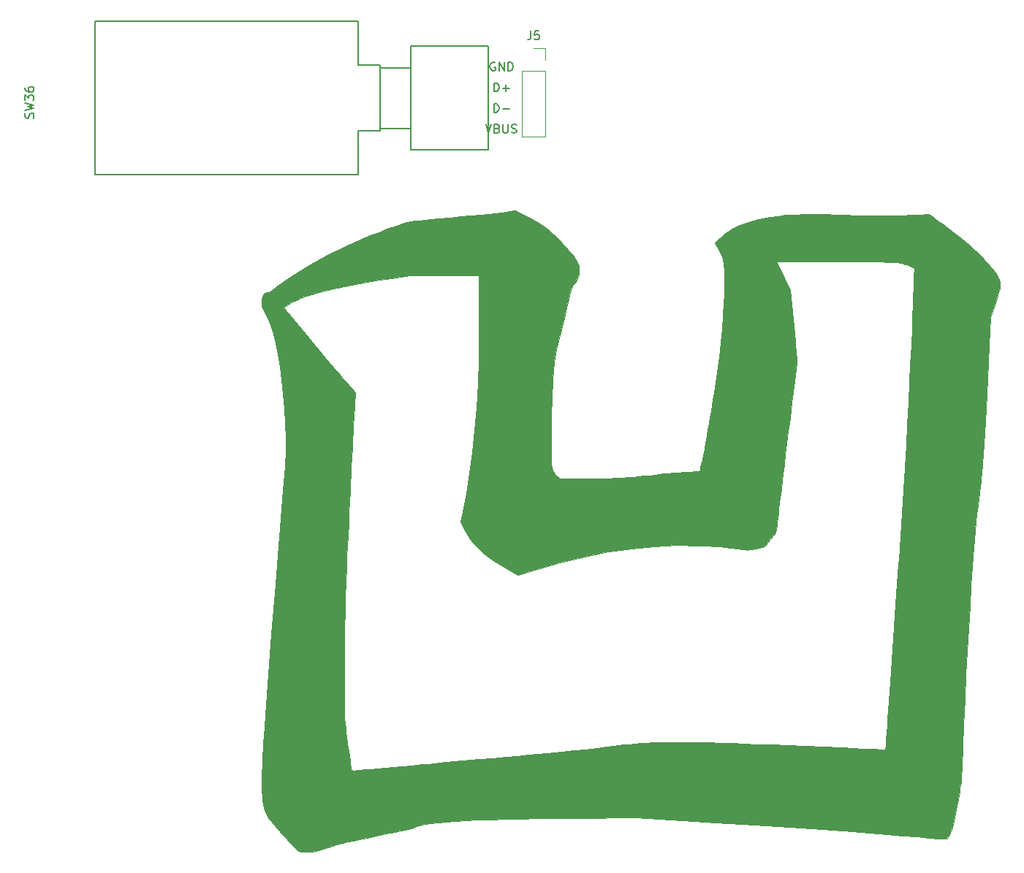
<source format=gbr>
G04 #@! TF.GenerationSoftware,KiCad,Pcbnew,(5.0.0)*
G04 #@! TF.CreationDate,2018-12-18T10:24:29+09:00*
G04 #@! TF.ProjectId,hecomi,6865636F6D692E6B696361645F706362,rev?*
G04 #@! TF.SameCoordinates,Original*
G04 #@! TF.FileFunction,Legend,Top*
G04 #@! TF.FilePolarity,Positive*
%FSLAX46Y46*%
G04 Gerber Fmt 4.6, Leading zero omitted, Abs format (unit mm)*
G04 Created by KiCad (PCBNEW (5.0.0)) date 12/18/18 10:24:29*
%MOMM*%
%LPD*%
G01*
G04 APERTURE LIST*
%ADD10C,0.150000*%
%ADD11C,0.120000*%
%ADD12C,0.010000*%
G04 APERTURE END LIST*
D10*
G04 #@! TO.C,U1*
X68975000Y6000000D02*
X68975000Y0D01*
X77975000Y6000000D02*
X68975000Y6000000D01*
X77975000Y-6000000D02*
X77975000Y6000000D01*
X68975000Y-6000000D02*
X77975000Y-6000000D01*
X68975000Y0D02*
X68975000Y-6000000D01*
X68975000Y3500000D02*
X65475000Y3500000D01*
X68975000Y-3500000D02*
X68975000Y3500000D01*
X65475000Y-3500000D02*
X68975000Y-3500000D01*
X62865000Y8890000D02*
X32385000Y8890000D01*
X62865000Y8890000D02*
X62865000Y3810000D01*
X62865000Y3810000D02*
X65405000Y3810000D01*
X65405000Y3810000D02*
X65405000Y-3810000D01*
X65405000Y-3810000D02*
X62865000Y-3810000D01*
X62865000Y-3810000D02*
X62865000Y-8890000D01*
X62865000Y-8890000D02*
X32385000Y-8890000D01*
X32385000Y-8890000D02*
X32385000Y8890000D01*
D11*
G04 #@! TO.C,J5*
X83185000Y5775000D02*
X84515000Y5775000D01*
X84515000Y5775000D02*
X84515000Y4445000D01*
X84515000Y3175000D02*
X84515000Y-4505000D01*
X81855000Y-4505000D02*
X84515000Y-4505000D01*
X81855000Y3175000D02*
X81855000Y-4505000D01*
X81855000Y3175000D02*
X84515000Y3175000D01*
D12*
G04 #@! TO.C,G\002A\002A\002A*
G36*
X82171659Y-13581489D02*
X83019674Y-14030767D01*
X83788598Y-14499264D01*
X84510382Y-15011696D01*
X85216976Y-15592780D01*
X85940332Y-16267234D01*
X86712398Y-17059773D01*
X86828326Y-17183851D01*
X87327651Y-17731150D01*
X87716087Y-18185983D01*
X88006739Y-18571210D01*
X88212709Y-18909692D01*
X88347099Y-19224290D01*
X88423012Y-19537864D01*
X88453552Y-19873274D01*
X88456000Y-20023667D01*
X88420843Y-20512337D01*
X88299163Y-20915907D01*
X88066652Y-21295279D01*
X87842940Y-21559521D01*
X87794931Y-21614448D01*
X87750125Y-21677020D01*
X87705007Y-21759942D01*
X87656064Y-21875918D01*
X87599785Y-22037651D01*
X87532655Y-22257845D01*
X87451161Y-22549205D01*
X87351790Y-22924433D01*
X87231029Y-23396235D01*
X87085366Y-23977313D01*
X86911286Y-24680373D01*
X86705277Y-25518117D01*
X86463826Y-26503250D01*
X86371164Y-26881667D01*
X86156802Y-27764961D01*
X85981342Y-28507553D01*
X85840122Y-29132372D01*
X85728479Y-29662349D01*
X85641752Y-30120415D01*
X85575280Y-30529501D01*
X85524402Y-30912537D01*
X85493360Y-31199667D01*
X85445785Y-31769631D01*
X85400265Y-32482171D01*
X85357613Y-33310531D01*
X85318638Y-34227958D01*
X85284154Y-35207697D01*
X85254969Y-36222996D01*
X85231897Y-37247099D01*
X85215748Y-38253253D01*
X85207333Y-39214704D01*
X85207464Y-40104697D01*
X85210969Y-40513000D01*
X85219723Y-41204090D01*
X85228837Y-41747911D01*
X85240145Y-42166523D01*
X85255481Y-42481985D01*
X85276679Y-42716354D01*
X85305572Y-42891691D01*
X85343995Y-43030053D01*
X85393781Y-43153499D01*
X85438220Y-43246600D01*
X85631519Y-43549318D01*
X85870261Y-43803415D01*
X85944707Y-43860433D01*
X86251642Y-44069000D01*
X89666165Y-44069000D01*
X90580489Y-44067867D01*
X91354414Y-44063743D01*
X92016861Y-44055538D01*
X92596753Y-44042164D01*
X93123014Y-44022533D01*
X93624566Y-43995555D01*
X94130332Y-43960141D01*
X94669234Y-43915203D01*
X95270195Y-43859653D01*
X95298011Y-43856996D01*
X95955234Y-43792544D01*
X96613038Y-43725119D01*
X97235218Y-43658646D01*
X97785563Y-43597051D01*
X98227865Y-43544260D01*
X98446667Y-43515639D01*
X98859926Y-43467873D01*
X99388198Y-43421068D01*
X99977188Y-43379273D01*
X100572605Y-43346540D01*
X100883746Y-43333846D01*
X101371393Y-43313018D01*
X101798342Y-43287477D01*
X102136636Y-43259489D01*
X102358320Y-43231322D01*
X102434807Y-43208083D01*
X102469804Y-43093718D01*
X102530227Y-42831606D01*
X102612503Y-42440831D01*
X102713061Y-41940478D01*
X102828329Y-41349632D01*
X102954734Y-40687377D01*
X103088704Y-39972799D01*
X103226668Y-39224981D01*
X103365053Y-38463009D01*
X103500287Y-37705968D01*
X103628799Y-36972941D01*
X103747016Y-36283014D01*
X103851366Y-35655272D01*
X103870334Y-35538390D01*
X104178749Y-33567380D01*
X104444236Y-31733279D01*
X104669682Y-30009981D01*
X104857975Y-28371378D01*
X105012001Y-26791362D01*
X105134649Y-25243827D01*
X105228807Y-23702664D01*
X105266647Y-22913927D01*
X105302308Y-21812167D01*
X105304161Y-20858788D01*
X105269617Y-20035738D01*
X105196090Y-19324966D01*
X105080992Y-18708423D01*
X104921734Y-18168057D01*
X104715729Y-17685819D01*
X104460390Y-17243658D01*
X104451910Y-17230777D01*
X104144983Y-16766220D01*
X104734065Y-16204477D01*
X105417780Y-15634716D01*
X106201844Y-15137912D01*
X107097181Y-14709945D01*
X108114715Y-14346694D01*
X109265371Y-14044041D01*
X110560074Y-13797864D01*
X111455026Y-13669864D01*
X112430959Y-13568993D01*
X113527957Y-13496238D01*
X114699919Y-13452718D01*
X115900741Y-13439551D01*
X117084321Y-13457857D01*
X118174000Y-13506846D01*
X118753698Y-13535288D01*
X119473966Y-13558710D01*
X120306110Y-13577057D01*
X121221441Y-13590272D01*
X122191266Y-13598301D01*
X123186894Y-13601086D01*
X124179633Y-13598573D01*
X125140792Y-13590706D01*
X126041679Y-13577429D01*
X126853603Y-13558685D01*
X127547872Y-13534421D01*
X127741334Y-13525439D01*
X129011334Y-13462000D01*
X129307667Y-13682732D01*
X129469241Y-13803060D01*
X129739252Y-14004115D01*
X130090308Y-14265503D01*
X130495022Y-14566831D01*
X130916334Y-14880506D01*
X132066110Y-15760217D01*
X133118954Y-16613988D01*
X134066977Y-17434210D01*
X134902289Y-18213274D01*
X135617002Y-18943568D01*
X136203227Y-19617485D01*
X136653075Y-20227413D01*
X136906910Y-20659143D01*
X137088755Y-21051607D01*
X137189051Y-21384268D01*
X137212028Y-21711995D01*
X137161915Y-22089659D01*
X137051877Y-22539483D01*
X136931217Y-22955297D01*
X136773171Y-23461937D01*
X136599405Y-23991525D01*
X136451465Y-24420468D01*
X136073570Y-25484667D01*
X135952060Y-28575000D01*
X135867941Y-30649550D01*
X135784800Y-32565159D01*
X135701969Y-34332210D01*
X135618779Y-35961087D01*
X135534559Y-37462174D01*
X135448642Y-38845855D01*
X135360357Y-40122514D01*
X135269037Y-41302535D01*
X135174011Y-42396300D01*
X135074610Y-43414195D01*
X134970167Y-44366603D01*
X134893640Y-45000334D01*
X134711964Y-46540900D01*
X134533077Y-48243564D01*
X134357456Y-50101109D01*
X134185577Y-52106313D01*
X134017917Y-54251959D01*
X133854953Y-56530828D01*
X133697161Y-58935699D01*
X133545020Y-61459355D01*
X133399004Y-64094576D01*
X133259591Y-66834144D01*
X133127258Y-69670838D01*
X133002481Y-72597441D01*
X132903044Y-75141667D01*
X132868928Y-76040106D01*
X132838702Y-76793117D01*
X132810413Y-77424504D01*
X132782105Y-77958072D01*
X132751825Y-78417623D01*
X132717617Y-78826964D01*
X132677528Y-79209897D01*
X132629603Y-79590227D01*
X132571888Y-79991758D01*
X132502428Y-80438295D01*
X132432597Y-80871605D01*
X132239417Y-81995582D01*
X132046574Y-82988569D01*
X131855659Y-83844869D01*
X131668266Y-84558780D01*
X131485986Y-85124604D01*
X131310413Y-85536641D01*
X131143137Y-85789191D01*
X131037217Y-85866063D01*
X130914846Y-85873940D01*
X130650063Y-85866042D01*
X130268892Y-85843992D01*
X129797358Y-85809412D01*
X129261486Y-85763924D01*
X128979844Y-85737815D01*
X127523818Y-85603865D01*
X125901486Y-85463607D01*
X124115751Y-85317247D01*
X122169514Y-85164992D01*
X120065678Y-85007051D01*
X117807144Y-84843629D01*
X115396816Y-84674934D01*
X112837595Y-84501173D01*
X110132383Y-84322552D01*
X107284082Y-84139280D01*
X104295595Y-83951563D01*
X101748667Y-83794842D01*
X95060000Y-83386914D01*
X88075000Y-83445933D01*
X85778174Y-83468964D01*
X83646656Y-83497986D01*
X81676519Y-83533241D01*
X79863834Y-83574973D01*
X78204674Y-83623425D01*
X76695110Y-83678838D01*
X75331217Y-83741457D01*
X74109064Y-83811524D01*
X73024726Y-83889282D01*
X72074274Y-83974974D01*
X71253780Y-84068843D01*
X70559317Y-84171131D01*
X69986957Y-84282082D01*
X69532772Y-84401938D01*
X69192834Y-84530943D01*
X69025000Y-84623969D01*
X68918715Y-84657169D01*
X68662981Y-84719679D01*
X68274460Y-84807908D01*
X67769807Y-84918263D01*
X67165684Y-85047152D01*
X66478747Y-85190983D01*
X65725656Y-85346165D01*
X64923069Y-85509105D01*
X64876334Y-85518520D01*
X63851713Y-85726408D01*
X62978149Y-85907313D01*
X62240146Y-86064832D01*
X61622212Y-86202561D01*
X61108851Y-86324094D01*
X60684570Y-86433029D01*
X60333876Y-86532960D01*
X60041274Y-86627484D01*
X59935315Y-86665213D01*
X59062519Y-86959965D01*
X58253916Y-87183322D01*
X57527670Y-87331924D01*
X56901941Y-87402417D01*
X56394891Y-87391442D01*
X56198000Y-87356001D01*
X56084342Y-87319207D01*
X55966660Y-87257331D01*
X55827080Y-87154188D01*
X55647726Y-86993592D01*
X55410725Y-86759356D01*
X55098202Y-86435294D01*
X54692282Y-86005221D01*
X54612999Y-85920719D01*
X54094392Y-85353347D01*
X53595672Y-84780807D01*
X53135257Y-84226142D01*
X52731564Y-83712392D01*
X52403012Y-83262602D01*
X52168019Y-82899813D01*
X52101525Y-82778679D01*
X51992009Y-82525103D01*
X51903717Y-82228634D01*
X51834797Y-81870341D01*
X51783400Y-81431292D01*
X51747674Y-80892557D01*
X51725769Y-80235204D01*
X51715833Y-79440302D01*
X51714945Y-78824667D01*
X51751203Y-76783000D01*
X51854947Y-74710409D01*
X51908215Y-73956334D01*
X52366114Y-67945264D01*
X52817978Y-62094926D01*
X53264474Y-56396854D01*
X53706266Y-50842578D01*
X54144020Y-45423630D01*
X54289177Y-43645667D01*
X54357694Y-42784607D01*
X54411643Y-42033709D01*
X54451037Y-41363254D01*
X54475890Y-40743521D01*
X54486216Y-40144788D01*
X54482029Y-39537335D01*
X54463345Y-38891441D01*
X54430176Y-38177384D01*
X54382537Y-37365446D01*
X54320442Y-36425904D01*
X54292810Y-36025667D01*
X54151131Y-34273592D01*
X53978215Y-32631187D01*
X53775532Y-31105359D01*
X53544556Y-29703018D01*
X53286758Y-28431072D01*
X53003611Y-27296429D01*
X52696587Y-26305999D01*
X52367159Y-25466691D01*
X52016798Y-24785411D01*
X51839591Y-24513702D01*
X51750069Y-24299334D01*
X54215248Y-24299334D01*
X57268189Y-27940000D01*
X57876424Y-28665149D01*
X58485422Y-29390874D01*
X59080292Y-30099451D01*
X59646144Y-30773157D01*
X60168086Y-31394270D01*
X60631227Y-31945065D01*
X61020677Y-32407820D01*
X61321544Y-32764811D01*
X61404309Y-32862845D01*
X62487488Y-34145023D01*
X62330119Y-37096178D01*
X62293441Y-37794611D01*
X62250522Y-38629886D01*
X62202967Y-39569694D01*
X62152384Y-40581728D01*
X62100381Y-41633678D01*
X62048563Y-42693234D01*
X61998539Y-43728090D01*
X61958020Y-44577000D01*
X61907872Y-45633461D01*
X61851639Y-46815686D01*
X61791392Y-48080301D01*
X61729199Y-49383934D01*
X61667132Y-50683212D01*
X61607260Y-51934760D01*
X61551654Y-53095207D01*
X61519583Y-53763334D01*
X61473584Y-54745152D01*
X61433708Y-55656142D01*
X61399418Y-56519445D01*
X61370179Y-57358198D01*
X61345454Y-58195540D01*
X61324708Y-59054611D01*
X61307404Y-59958549D01*
X61293008Y-60930493D01*
X61280982Y-61993582D01*
X61270792Y-63170954D01*
X61261901Y-64485749D01*
X61258759Y-65024843D01*
X61252130Y-66281397D01*
X61247395Y-67381106D01*
X61244707Y-68336450D01*
X61244215Y-69159909D01*
X61246072Y-69863961D01*
X61250430Y-70461086D01*
X61257439Y-70963765D01*
X61267252Y-71384476D01*
X61280020Y-71735698D01*
X61295894Y-72029913D01*
X61315026Y-72279598D01*
X61337568Y-72497234D01*
X61350771Y-72602510D01*
X61399682Y-72973648D01*
X61465051Y-73473546D01*
X61541779Y-74063009D01*
X61624769Y-74702839D01*
X61708924Y-75353843D01*
X61747061Y-75649667D01*
X61822143Y-76227239D01*
X61891621Y-76751529D01*
X61952182Y-77198344D01*
X62000513Y-77543491D01*
X62033301Y-77762778D01*
X62045620Y-77829834D01*
X62143998Y-77910056D01*
X62290372Y-77935667D01*
X62403107Y-77928192D01*
X62672820Y-77906450D01*
X63087851Y-77871468D01*
X63636536Y-77824271D01*
X64307214Y-77765884D01*
X65088222Y-77697333D01*
X65967897Y-77619645D01*
X66934578Y-77533844D01*
X67976602Y-77440956D01*
X69082308Y-77342007D01*
X70240031Y-77238023D01*
X70950196Y-77174056D01*
X73060443Y-76983710D01*
X75009130Y-76807778D01*
X76803357Y-76645589D01*
X78450225Y-76496472D01*
X79956834Y-76359756D01*
X81330283Y-76234771D01*
X82577675Y-76120846D01*
X83706108Y-76017308D01*
X84722683Y-75923489D01*
X85634500Y-75838717D01*
X86448659Y-75762321D01*
X87172261Y-75693630D01*
X87812406Y-75631973D01*
X88376194Y-75576680D01*
X88870725Y-75527079D01*
X89303100Y-75482501D01*
X89680419Y-75442273D01*
X90009782Y-75405725D01*
X90298290Y-75372186D01*
X90553042Y-75340986D01*
X90781138Y-75311453D01*
X90989680Y-75282917D01*
X91038334Y-75276039D01*
X91718635Y-75181197D01*
X92376916Y-75094043D01*
X93020785Y-75014612D01*
X93657847Y-74942934D01*
X94295710Y-74879045D01*
X94941980Y-74822976D01*
X95604265Y-74774760D01*
X96290171Y-74734432D01*
X97007304Y-74702023D01*
X97763273Y-74677568D01*
X98565682Y-74661098D01*
X99422140Y-74652647D01*
X100340253Y-74652248D01*
X101327628Y-74659935D01*
X102391871Y-74675739D01*
X103540590Y-74699695D01*
X104781390Y-74731835D01*
X106121880Y-74772192D01*
X107569666Y-74820800D01*
X109132354Y-74877690D01*
X110817552Y-74942898D01*
X112632866Y-75016455D01*
X114585903Y-75098394D01*
X116684270Y-75188749D01*
X118935573Y-75287553D01*
X121347420Y-75394838D01*
X121666483Y-75409111D01*
X122262084Y-75434348D01*
X122800225Y-75454426D01*
X123258324Y-75468725D01*
X123613801Y-75476624D01*
X123844073Y-75477500D01*
X123926246Y-75471310D01*
X123936220Y-75384428D01*
X123957105Y-75139644D01*
X123988116Y-74747985D01*
X124028467Y-74220478D01*
X124077370Y-73568148D01*
X124134039Y-72802024D01*
X124197689Y-71933130D01*
X124267531Y-70972496D01*
X124342781Y-69931146D01*
X124422651Y-68820107D01*
X124506355Y-67650407D01*
X124593107Y-66433073D01*
X124682119Y-65179130D01*
X124772606Y-63899605D01*
X124863782Y-62605526D01*
X124954858Y-61307919D01*
X125045051Y-60017810D01*
X125133571Y-58746227D01*
X125219634Y-57504196D01*
X125302453Y-56302743D01*
X125381241Y-55152896D01*
X125455212Y-54065682D01*
X125495675Y-53467000D01*
X125674629Y-50772220D01*
X125847540Y-48089268D01*
X126013652Y-45431903D01*
X126172208Y-42813884D01*
X126322451Y-40248970D01*
X126463624Y-37750920D01*
X126594972Y-35333492D01*
X126715736Y-33010447D01*
X126825161Y-30795542D01*
X126922489Y-28702537D01*
X127006964Y-26745190D01*
X127077829Y-24937261D01*
X127102265Y-24257000D01*
X127126858Y-23560294D01*
X127152014Y-22862475D01*
X127176471Y-22197493D01*
X127198967Y-21599297D01*
X127218239Y-21101836D01*
X127233025Y-20739058D01*
X127233239Y-20734046D01*
X127277079Y-19708759D01*
X126769733Y-19481075D01*
X126576825Y-19394880D01*
X126398862Y-19319216D01*
X126223917Y-19253340D01*
X126040063Y-19196506D01*
X125835373Y-19147970D01*
X125597920Y-19106987D01*
X125315779Y-19072814D01*
X124977022Y-19044705D01*
X124569723Y-19021915D01*
X124081954Y-19003701D01*
X123501790Y-18989318D01*
X122817304Y-18978022D01*
X122016568Y-18969067D01*
X121087657Y-18961709D01*
X120018643Y-18955204D01*
X118797600Y-18948808D01*
X118194461Y-18945761D01*
X111272256Y-18910786D01*
X111724258Y-19827060D01*
X111948100Y-20285791D01*
X112187858Y-20785210D01*
X112408900Y-21252829D01*
X112526108Y-21505334D01*
X112875956Y-22267334D01*
X113293065Y-26373667D01*
X113388217Y-27311994D01*
X113467191Y-28099002D01*
X113530998Y-28751827D01*
X113580650Y-29287610D01*
X113617159Y-29723487D01*
X113641535Y-30076598D01*
X113654790Y-30364081D01*
X113657936Y-30603075D01*
X113651984Y-30810717D01*
X113637945Y-31004147D01*
X113616832Y-31200503D01*
X113590374Y-31411334D01*
X113328650Y-33448794D01*
X113088509Y-35324189D01*
X112869226Y-37043309D01*
X112670078Y-38611947D01*
X112490339Y-40035894D01*
X112329285Y-41320941D01*
X112186193Y-42472881D01*
X112060339Y-43497504D01*
X111950997Y-44400603D01*
X111857443Y-45187970D01*
X111778954Y-45865395D01*
X111742786Y-46185667D01*
X111664685Y-46880649D01*
X111587766Y-47557583D01*
X111515292Y-48188305D01*
X111450527Y-48744650D01*
X111396735Y-49198456D01*
X111357178Y-49521556D01*
X111347673Y-49595706D01*
X111250525Y-50338745D01*
X109940631Y-51994085D01*
X108929112Y-52195306D01*
X108505453Y-52277974D01*
X108189158Y-52329935D01*
X107926382Y-52352709D01*
X107663283Y-52347815D01*
X107346014Y-52316773D01*
X106920732Y-52261102D01*
X106865131Y-52253552D01*
X106078867Y-52150025D01*
X105393133Y-52068370D01*
X104757683Y-52004229D01*
X104122269Y-51953241D01*
X103436646Y-51911047D01*
X102650568Y-51873289D01*
X102323595Y-51859546D01*
X99776723Y-51827404D01*
X97184014Y-51937905D01*
X94539624Y-52191939D01*
X91837707Y-52590395D01*
X89072421Y-53134164D01*
X86237921Y-53824135D01*
X83328363Y-54661196D01*
X82768286Y-54836400D01*
X81398572Y-55270237D01*
X80693953Y-54904340D01*
X79467696Y-54214307D01*
X78359903Y-53481619D01*
X77379329Y-52714353D01*
X76534732Y-51920583D01*
X75834868Y-51108385D01*
X75288494Y-50285832D01*
X74966687Y-49623032D01*
X74757733Y-49106667D01*
X74990257Y-48006000D01*
X75407109Y-45839285D01*
X75774605Y-43525674D01*
X76091549Y-41080610D01*
X76356743Y-38519539D01*
X76568991Y-35857905D01*
X76727096Y-33111152D01*
X76829861Y-30294724D01*
X76876088Y-27424067D01*
X76864581Y-24514623D01*
X76855427Y-23939500D01*
X76794463Y-20531667D01*
X68849025Y-20531667D01*
X66724969Y-20869237D01*
X65301063Y-21104009D01*
X63907260Y-21350291D01*
X62562059Y-21604166D01*
X61283961Y-21861715D01*
X60091465Y-22119018D01*
X59003071Y-22372156D01*
X58037278Y-22617212D01*
X57212587Y-22850265D01*
X56875334Y-22955727D01*
X56447561Y-23109606D01*
X55976237Y-23303388D01*
X55501426Y-23518085D01*
X55063192Y-23734710D01*
X54701600Y-23934276D01*
X54456715Y-24097794D01*
X54444624Y-24107696D01*
X54215248Y-24299334D01*
X51750069Y-24299334D01*
X51708183Y-24199036D01*
X51669605Y-23775273D01*
X51725651Y-23276097D01*
X51764449Y-23103609D01*
X51887549Y-22798996D01*
X52064063Y-22591661D01*
X52264619Y-22509559D01*
X52370843Y-22526465D01*
X52505240Y-22497957D01*
X52755379Y-22359124D01*
X53112968Y-22114919D01*
X53335273Y-21950465D01*
X55180558Y-20644483D01*
X57181483Y-19395161D01*
X59333219Y-18205081D01*
X61630940Y-17076827D01*
X64069818Y-16012984D01*
X65469000Y-15456499D01*
X66179458Y-15183166D01*
X66777972Y-14955786D01*
X67290128Y-14768697D01*
X67741509Y-14616236D01*
X68157702Y-14492740D01*
X68564290Y-14392546D01*
X68986859Y-14309994D01*
X69450993Y-14239419D01*
X69982277Y-14175159D01*
X70606296Y-14111552D01*
X71348635Y-14042935D01*
X72200000Y-13966767D01*
X73502052Y-13848596D01*
X74740273Y-13732853D01*
X75900800Y-13620961D01*
X76969771Y-13514345D01*
X77933323Y-13414431D01*
X78777591Y-13322642D01*
X79488714Y-13240405D01*
X80052828Y-13169143D01*
X80304492Y-13133801D01*
X81051985Y-13023145D01*
X82171659Y-13581489D01*
X82171659Y-13581489D01*
G37*
X82171659Y-13581489D02*
X83019674Y-14030767D01*
X83788598Y-14499264D01*
X84510382Y-15011696D01*
X85216976Y-15592780D01*
X85940332Y-16267234D01*
X86712398Y-17059773D01*
X86828326Y-17183851D01*
X87327651Y-17731150D01*
X87716087Y-18185983D01*
X88006739Y-18571210D01*
X88212709Y-18909692D01*
X88347099Y-19224290D01*
X88423012Y-19537864D01*
X88453552Y-19873274D01*
X88456000Y-20023667D01*
X88420843Y-20512337D01*
X88299163Y-20915907D01*
X88066652Y-21295279D01*
X87842940Y-21559521D01*
X87794931Y-21614448D01*
X87750125Y-21677020D01*
X87705007Y-21759942D01*
X87656064Y-21875918D01*
X87599785Y-22037651D01*
X87532655Y-22257845D01*
X87451161Y-22549205D01*
X87351790Y-22924433D01*
X87231029Y-23396235D01*
X87085366Y-23977313D01*
X86911286Y-24680373D01*
X86705277Y-25518117D01*
X86463826Y-26503250D01*
X86371164Y-26881667D01*
X86156802Y-27764961D01*
X85981342Y-28507553D01*
X85840122Y-29132372D01*
X85728479Y-29662349D01*
X85641752Y-30120415D01*
X85575280Y-30529501D01*
X85524402Y-30912537D01*
X85493360Y-31199667D01*
X85445785Y-31769631D01*
X85400265Y-32482171D01*
X85357613Y-33310531D01*
X85318638Y-34227958D01*
X85284154Y-35207697D01*
X85254969Y-36222996D01*
X85231897Y-37247099D01*
X85215748Y-38253253D01*
X85207333Y-39214704D01*
X85207464Y-40104697D01*
X85210969Y-40513000D01*
X85219723Y-41204090D01*
X85228837Y-41747911D01*
X85240145Y-42166523D01*
X85255481Y-42481985D01*
X85276679Y-42716354D01*
X85305572Y-42891691D01*
X85343995Y-43030053D01*
X85393781Y-43153499D01*
X85438220Y-43246600D01*
X85631519Y-43549318D01*
X85870261Y-43803415D01*
X85944707Y-43860433D01*
X86251642Y-44069000D01*
X89666165Y-44069000D01*
X90580489Y-44067867D01*
X91354414Y-44063743D01*
X92016861Y-44055538D01*
X92596753Y-44042164D01*
X93123014Y-44022533D01*
X93624566Y-43995555D01*
X94130332Y-43960141D01*
X94669234Y-43915203D01*
X95270195Y-43859653D01*
X95298011Y-43856996D01*
X95955234Y-43792544D01*
X96613038Y-43725119D01*
X97235218Y-43658646D01*
X97785563Y-43597051D01*
X98227865Y-43544260D01*
X98446667Y-43515639D01*
X98859926Y-43467873D01*
X99388198Y-43421068D01*
X99977188Y-43379273D01*
X100572605Y-43346540D01*
X100883746Y-43333846D01*
X101371393Y-43313018D01*
X101798342Y-43287477D01*
X102136636Y-43259489D01*
X102358320Y-43231322D01*
X102434807Y-43208083D01*
X102469804Y-43093718D01*
X102530227Y-42831606D01*
X102612503Y-42440831D01*
X102713061Y-41940478D01*
X102828329Y-41349632D01*
X102954734Y-40687377D01*
X103088704Y-39972799D01*
X103226668Y-39224981D01*
X103365053Y-38463009D01*
X103500287Y-37705968D01*
X103628799Y-36972941D01*
X103747016Y-36283014D01*
X103851366Y-35655272D01*
X103870334Y-35538390D01*
X104178749Y-33567380D01*
X104444236Y-31733279D01*
X104669682Y-30009981D01*
X104857975Y-28371378D01*
X105012001Y-26791362D01*
X105134649Y-25243827D01*
X105228807Y-23702664D01*
X105266647Y-22913927D01*
X105302308Y-21812167D01*
X105304161Y-20858788D01*
X105269617Y-20035738D01*
X105196090Y-19324966D01*
X105080992Y-18708423D01*
X104921734Y-18168057D01*
X104715729Y-17685819D01*
X104460390Y-17243658D01*
X104451910Y-17230777D01*
X104144983Y-16766220D01*
X104734065Y-16204477D01*
X105417780Y-15634716D01*
X106201844Y-15137912D01*
X107097181Y-14709945D01*
X108114715Y-14346694D01*
X109265371Y-14044041D01*
X110560074Y-13797864D01*
X111455026Y-13669864D01*
X112430959Y-13568993D01*
X113527957Y-13496238D01*
X114699919Y-13452718D01*
X115900741Y-13439551D01*
X117084321Y-13457857D01*
X118174000Y-13506846D01*
X118753698Y-13535288D01*
X119473966Y-13558710D01*
X120306110Y-13577057D01*
X121221441Y-13590272D01*
X122191266Y-13598301D01*
X123186894Y-13601086D01*
X124179633Y-13598573D01*
X125140792Y-13590706D01*
X126041679Y-13577429D01*
X126853603Y-13558685D01*
X127547872Y-13534421D01*
X127741334Y-13525439D01*
X129011334Y-13462000D01*
X129307667Y-13682732D01*
X129469241Y-13803060D01*
X129739252Y-14004115D01*
X130090308Y-14265503D01*
X130495022Y-14566831D01*
X130916334Y-14880506D01*
X132066110Y-15760217D01*
X133118954Y-16613988D01*
X134066977Y-17434210D01*
X134902289Y-18213274D01*
X135617002Y-18943568D01*
X136203227Y-19617485D01*
X136653075Y-20227413D01*
X136906910Y-20659143D01*
X137088755Y-21051607D01*
X137189051Y-21384268D01*
X137212028Y-21711995D01*
X137161915Y-22089659D01*
X137051877Y-22539483D01*
X136931217Y-22955297D01*
X136773171Y-23461937D01*
X136599405Y-23991525D01*
X136451465Y-24420468D01*
X136073570Y-25484667D01*
X135952060Y-28575000D01*
X135867941Y-30649550D01*
X135784800Y-32565159D01*
X135701969Y-34332210D01*
X135618779Y-35961087D01*
X135534559Y-37462174D01*
X135448642Y-38845855D01*
X135360357Y-40122514D01*
X135269037Y-41302535D01*
X135174011Y-42396300D01*
X135074610Y-43414195D01*
X134970167Y-44366603D01*
X134893640Y-45000334D01*
X134711964Y-46540900D01*
X134533077Y-48243564D01*
X134357456Y-50101109D01*
X134185577Y-52106313D01*
X134017917Y-54251959D01*
X133854953Y-56530828D01*
X133697161Y-58935699D01*
X133545020Y-61459355D01*
X133399004Y-64094576D01*
X133259591Y-66834144D01*
X133127258Y-69670838D01*
X133002481Y-72597441D01*
X132903044Y-75141667D01*
X132868928Y-76040106D01*
X132838702Y-76793117D01*
X132810413Y-77424504D01*
X132782105Y-77958072D01*
X132751825Y-78417623D01*
X132717617Y-78826964D01*
X132677528Y-79209897D01*
X132629603Y-79590227D01*
X132571888Y-79991758D01*
X132502428Y-80438295D01*
X132432597Y-80871605D01*
X132239417Y-81995582D01*
X132046574Y-82988569D01*
X131855659Y-83844869D01*
X131668266Y-84558780D01*
X131485986Y-85124604D01*
X131310413Y-85536641D01*
X131143137Y-85789191D01*
X131037217Y-85866063D01*
X130914846Y-85873940D01*
X130650063Y-85866042D01*
X130268892Y-85843992D01*
X129797358Y-85809412D01*
X129261486Y-85763924D01*
X128979844Y-85737815D01*
X127523818Y-85603865D01*
X125901486Y-85463607D01*
X124115751Y-85317247D01*
X122169514Y-85164992D01*
X120065678Y-85007051D01*
X117807144Y-84843629D01*
X115396816Y-84674934D01*
X112837595Y-84501173D01*
X110132383Y-84322552D01*
X107284082Y-84139280D01*
X104295595Y-83951563D01*
X101748667Y-83794842D01*
X95060000Y-83386914D01*
X88075000Y-83445933D01*
X85778174Y-83468964D01*
X83646656Y-83497986D01*
X81676519Y-83533241D01*
X79863834Y-83574973D01*
X78204674Y-83623425D01*
X76695110Y-83678838D01*
X75331217Y-83741457D01*
X74109064Y-83811524D01*
X73024726Y-83889282D01*
X72074274Y-83974974D01*
X71253780Y-84068843D01*
X70559317Y-84171131D01*
X69986957Y-84282082D01*
X69532772Y-84401938D01*
X69192834Y-84530943D01*
X69025000Y-84623969D01*
X68918715Y-84657169D01*
X68662981Y-84719679D01*
X68274460Y-84807908D01*
X67769807Y-84918263D01*
X67165684Y-85047152D01*
X66478747Y-85190983D01*
X65725656Y-85346165D01*
X64923069Y-85509105D01*
X64876334Y-85518520D01*
X63851713Y-85726408D01*
X62978149Y-85907313D01*
X62240146Y-86064832D01*
X61622212Y-86202561D01*
X61108851Y-86324094D01*
X60684570Y-86433029D01*
X60333876Y-86532960D01*
X60041274Y-86627484D01*
X59935315Y-86665213D01*
X59062519Y-86959965D01*
X58253916Y-87183322D01*
X57527670Y-87331924D01*
X56901941Y-87402417D01*
X56394891Y-87391442D01*
X56198000Y-87356001D01*
X56084342Y-87319207D01*
X55966660Y-87257331D01*
X55827080Y-87154188D01*
X55647726Y-86993592D01*
X55410725Y-86759356D01*
X55098202Y-86435294D01*
X54692282Y-86005221D01*
X54612999Y-85920719D01*
X54094392Y-85353347D01*
X53595672Y-84780807D01*
X53135257Y-84226142D01*
X52731564Y-83712392D01*
X52403012Y-83262602D01*
X52168019Y-82899813D01*
X52101525Y-82778679D01*
X51992009Y-82525103D01*
X51903717Y-82228634D01*
X51834797Y-81870341D01*
X51783400Y-81431292D01*
X51747674Y-80892557D01*
X51725769Y-80235204D01*
X51715833Y-79440302D01*
X51714945Y-78824667D01*
X51751203Y-76783000D01*
X51854947Y-74710409D01*
X51908215Y-73956334D01*
X52366114Y-67945264D01*
X52817978Y-62094926D01*
X53264474Y-56396854D01*
X53706266Y-50842578D01*
X54144020Y-45423630D01*
X54289177Y-43645667D01*
X54357694Y-42784607D01*
X54411643Y-42033709D01*
X54451037Y-41363254D01*
X54475890Y-40743521D01*
X54486216Y-40144788D01*
X54482029Y-39537335D01*
X54463345Y-38891441D01*
X54430176Y-38177384D01*
X54382537Y-37365446D01*
X54320442Y-36425904D01*
X54292810Y-36025667D01*
X54151131Y-34273592D01*
X53978215Y-32631187D01*
X53775532Y-31105359D01*
X53544556Y-29703018D01*
X53286758Y-28431072D01*
X53003611Y-27296429D01*
X52696587Y-26305999D01*
X52367159Y-25466691D01*
X52016798Y-24785411D01*
X51839591Y-24513702D01*
X51750069Y-24299334D01*
X54215248Y-24299334D01*
X57268189Y-27940000D01*
X57876424Y-28665149D01*
X58485422Y-29390874D01*
X59080292Y-30099451D01*
X59646144Y-30773157D01*
X60168086Y-31394270D01*
X60631227Y-31945065D01*
X61020677Y-32407820D01*
X61321544Y-32764811D01*
X61404309Y-32862845D01*
X62487488Y-34145023D01*
X62330119Y-37096178D01*
X62293441Y-37794611D01*
X62250522Y-38629886D01*
X62202967Y-39569694D01*
X62152384Y-40581728D01*
X62100381Y-41633678D01*
X62048563Y-42693234D01*
X61998539Y-43728090D01*
X61958020Y-44577000D01*
X61907872Y-45633461D01*
X61851639Y-46815686D01*
X61791392Y-48080301D01*
X61729199Y-49383934D01*
X61667132Y-50683212D01*
X61607260Y-51934760D01*
X61551654Y-53095207D01*
X61519583Y-53763334D01*
X61473584Y-54745152D01*
X61433708Y-55656142D01*
X61399418Y-56519445D01*
X61370179Y-57358198D01*
X61345454Y-58195540D01*
X61324708Y-59054611D01*
X61307404Y-59958549D01*
X61293008Y-60930493D01*
X61280982Y-61993582D01*
X61270792Y-63170954D01*
X61261901Y-64485749D01*
X61258759Y-65024843D01*
X61252130Y-66281397D01*
X61247395Y-67381106D01*
X61244707Y-68336450D01*
X61244215Y-69159909D01*
X61246072Y-69863961D01*
X61250430Y-70461086D01*
X61257439Y-70963765D01*
X61267252Y-71384476D01*
X61280020Y-71735698D01*
X61295894Y-72029913D01*
X61315026Y-72279598D01*
X61337568Y-72497234D01*
X61350771Y-72602510D01*
X61399682Y-72973648D01*
X61465051Y-73473546D01*
X61541779Y-74063009D01*
X61624769Y-74702839D01*
X61708924Y-75353843D01*
X61747061Y-75649667D01*
X61822143Y-76227239D01*
X61891621Y-76751529D01*
X61952182Y-77198344D01*
X62000513Y-77543491D01*
X62033301Y-77762778D01*
X62045620Y-77829834D01*
X62143998Y-77910056D01*
X62290372Y-77935667D01*
X62403107Y-77928192D01*
X62672820Y-77906450D01*
X63087851Y-77871468D01*
X63636536Y-77824271D01*
X64307214Y-77765884D01*
X65088222Y-77697333D01*
X65967897Y-77619645D01*
X66934578Y-77533844D01*
X67976602Y-77440956D01*
X69082308Y-77342007D01*
X70240031Y-77238023D01*
X70950196Y-77174056D01*
X73060443Y-76983710D01*
X75009130Y-76807778D01*
X76803357Y-76645589D01*
X78450225Y-76496472D01*
X79956834Y-76359756D01*
X81330283Y-76234771D01*
X82577675Y-76120846D01*
X83706108Y-76017308D01*
X84722683Y-75923489D01*
X85634500Y-75838717D01*
X86448659Y-75762321D01*
X87172261Y-75693630D01*
X87812406Y-75631973D01*
X88376194Y-75576680D01*
X88870725Y-75527079D01*
X89303100Y-75482501D01*
X89680419Y-75442273D01*
X90009782Y-75405725D01*
X90298290Y-75372186D01*
X90553042Y-75340986D01*
X90781138Y-75311453D01*
X90989680Y-75282917D01*
X91038334Y-75276039D01*
X91718635Y-75181197D01*
X92376916Y-75094043D01*
X93020785Y-75014612D01*
X93657847Y-74942934D01*
X94295710Y-74879045D01*
X94941980Y-74822976D01*
X95604265Y-74774760D01*
X96290171Y-74734432D01*
X97007304Y-74702023D01*
X97763273Y-74677568D01*
X98565682Y-74661098D01*
X99422140Y-74652647D01*
X100340253Y-74652248D01*
X101327628Y-74659935D01*
X102391871Y-74675739D01*
X103540590Y-74699695D01*
X104781390Y-74731835D01*
X106121880Y-74772192D01*
X107569666Y-74820800D01*
X109132354Y-74877690D01*
X110817552Y-74942898D01*
X112632866Y-75016455D01*
X114585903Y-75098394D01*
X116684270Y-75188749D01*
X118935573Y-75287553D01*
X121347420Y-75394838D01*
X121666483Y-75409111D01*
X122262084Y-75434348D01*
X122800225Y-75454426D01*
X123258324Y-75468725D01*
X123613801Y-75476624D01*
X123844073Y-75477500D01*
X123926246Y-75471310D01*
X123936220Y-75384428D01*
X123957105Y-75139644D01*
X123988116Y-74747985D01*
X124028467Y-74220478D01*
X124077370Y-73568148D01*
X124134039Y-72802024D01*
X124197689Y-71933130D01*
X124267531Y-70972496D01*
X124342781Y-69931146D01*
X124422651Y-68820107D01*
X124506355Y-67650407D01*
X124593107Y-66433073D01*
X124682119Y-65179130D01*
X124772606Y-63899605D01*
X124863782Y-62605526D01*
X124954858Y-61307919D01*
X125045051Y-60017810D01*
X125133571Y-58746227D01*
X125219634Y-57504196D01*
X125302453Y-56302743D01*
X125381241Y-55152896D01*
X125455212Y-54065682D01*
X125495675Y-53467000D01*
X125674629Y-50772220D01*
X125847540Y-48089268D01*
X126013652Y-45431903D01*
X126172208Y-42813884D01*
X126322451Y-40248970D01*
X126463624Y-37750920D01*
X126594972Y-35333492D01*
X126715736Y-33010447D01*
X126825161Y-30795542D01*
X126922489Y-28702537D01*
X127006964Y-26745190D01*
X127077829Y-24937261D01*
X127102265Y-24257000D01*
X127126858Y-23560294D01*
X127152014Y-22862475D01*
X127176471Y-22197493D01*
X127198967Y-21599297D01*
X127218239Y-21101836D01*
X127233025Y-20739058D01*
X127233239Y-20734046D01*
X127277079Y-19708759D01*
X126769733Y-19481075D01*
X126576825Y-19394880D01*
X126398862Y-19319216D01*
X126223917Y-19253340D01*
X126040063Y-19196506D01*
X125835373Y-19147970D01*
X125597920Y-19106987D01*
X125315779Y-19072814D01*
X124977022Y-19044705D01*
X124569723Y-19021915D01*
X124081954Y-19003701D01*
X123501790Y-18989318D01*
X122817304Y-18978022D01*
X122016568Y-18969067D01*
X121087657Y-18961709D01*
X120018643Y-18955204D01*
X118797600Y-18948808D01*
X118194461Y-18945761D01*
X111272256Y-18910786D01*
X111724258Y-19827060D01*
X111948100Y-20285791D01*
X112187858Y-20785210D01*
X112408900Y-21252829D01*
X112526108Y-21505334D01*
X112875956Y-22267334D01*
X113293065Y-26373667D01*
X113388217Y-27311994D01*
X113467191Y-28099002D01*
X113530998Y-28751827D01*
X113580650Y-29287610D01*
X113617159Y-29723487D01*
X113641535Y-30076598D01*
X113654790Y-30364081D01*
X113657936Y-30603075D01*
X113651984Y-30810717D01*
X113637945Y-31004147D01*
X113616832Y-31200503D01*
X113590374Y-31411334D01*
X113328650Y-33448794D01*
X113088509Y-35324189D01*
X112869226Y-37043309D01*
X112670078Y-38611947D01*
X112490339Y-40035894D01*
X112329285Y-41320941D01*
X112186193Y-42472881D01*
X112060339Y-43497504D01*
X111950997Y-44400603D01*
X111857443Y-45187970D01*
X111778954Y-45865395D01*
X111742786Y-46185667D01*
X111664685Y-46880649D01*
X111587766Y-47557583D01*
X111515292Y-48188305D01*
X111450527Y-48744650D01*
X111396735Y-49198456D01*
X111357178Y-49521556D01*
X111347673Y-49595706D01*
X111250525Y-50338745D01*
X109940631Y-51994085D01*
X108929112Y-52195306D01*
X108505453Y-52277974D01*
X108189158Y-52329935D01*
X107926382Y-52352709D01*
X107663283Y-52347815D01*
X107346014Y-52316773D01*
X106920732Y-52261102D01*
X106865131Y-52253552D01*
X106078867Y-52150025D01*
X105393133Y-52068370D01*
X104757683Y-52004229D01*
X104122269Y-51953241D01*
X103436646Y-51911047D01*
X102650568Y-51873289D01*
X102323595Y-51859546D01*
X99776723Y-51827404D01*
X97184014Y-51937905D01*
X94539624Y-52191939D01*
X91837707Y-52590395D01*
X89072421Y-53134164D01*
X86237921Y-53824135D01*
X83328363Y-54661196D01*
X82768286Y-54836400D01*
X81398572Y-55270237D01*
X80693953Y-54904340D01*
X79467696Y-54214307D01*
X78359903Y-53481619D01*
X77379329Y-52714353D01*
X76534732Y-51920583D01*
X75834868Y-51108385D01*
X75288494Y-50285832D01*
X74966687Y-49623032D01*
X74757733Y-49106667D01*
X74990257Y-48006000D01*
X75407109Y-45839285D01*
X75774605Y-43525674D01*
X76091549Y-41080610D01*
X76356743Y-38519539D01*
X76568991Y-35857905D01*
X76727096Y-33111152D01*
X76829861Y-30294724D01*
X76876088Y-27424067D01*
X76864581Y-24514623D01*
X76855427Y-23939500D01*
X76794463Y-20531667D01*
X68849025Y-20531667D01*
X66724969Y-20869237D01*
X65301063Y-21104009D01*
X63907260Y-21350291D01*
X62562059Y-21604166D01*
X61283961Y-21861715D01*
X60091465Y-22119018D01*
X59003071Y-22372156D01*
X58037278Y-22617212D01*
X57212587Y-22850265D01*
X56875334Y-22955727D01*
X56447561Y-23109606D01*
X55976237Y-23303388D01*
X55501426Y-23518085D01*
X55063192Y-23734710D01*
X54701600Y-23934276D01*
X54456715Y-24097794D01*
X54444624Y-24107696D01*
X54215248Y-24299334D01*
X51750069Y-24299334D01*
X51708183Y-24199036D01*
X51669605Y-23775273D01*
X51725651Y-23276097D01*
X51764449Y-23103609D01*
X51887549Y-22798996D01*
X52064063Y-22591661D01*
X52264619Y-22509559D01*
X52370843Y-22526465D01*
X52505240Y-22497957D01*
X52755379Y-22359124D01*
X53112968Y-22114919D01*
X53335273Y-21950465D01*
X55180558Y-20644483D01*
X57181483Y-19395161D01*
X59333219Y-18205081D01*
X61630940Y-17076827D01*
X64069818Y-16012984D01*
X65469000Y-15456499D01*
X66179458Y-15183166D01*
X66777972Y-14955786D01*
X67290128Y-14768697D01*
X67741509Y-14616236D01*
X68157702Y-14492740D01*
X68564290Y-14392546D01*
X68986859Y-14309994D01*
X69450993Y-14239419D01*
X69982277Y-14175159D01*
X70606296Y-14111552D01*
X71348635Y-14042935D01*
X72200000Y-13966767D01*
X73502052Y-13848596D01*
X74740273Y-13732853D01*
X75900800Y-13620961D01*
X76969771Y-13514345D01*
X77933323Y-13414431D01*
X78777591Y-13322642D01*
X79488714Y-13240405D01*
X80052828Y-13169143D01*
X80304492Y-13133801D01*
X81051985Y-13023145D01*
X82171659Y-13581489D01*
G04 #@! TO.C,SW36*
D10*
X25230761Y-2317523D02*
X25278380Y-2174666D01*
X25278380Y-1936571D01*
X25230761Y-1841333D01*
X25183142Y-1793714D01*
X25087904Y-1746095D01*
X24992666Y-1746095D01*
X24897428Y-1793714D01*
X24849809Y-1841333D01*
X24802190Y-1936571D01*
X24754571Y-2127047D01*
X24706952Y-2222285D01*
X24659333Y-2269904D01*
X24564095Y-2317523D01*
X24468857Y-2317523D01*
X24373619Y-2269904D01*
X24326000Y-2222285D01*
X24278380Y-2127047D01*
X24278380Y-1888952D01*
X24326000Y-1746095D01*
X24278380Y-1412761D02*
X25278380Y-1174666D01*
X24564095Y-984190D01*
X25278380Y-793714D01*
X24278380Y-555619D01*
X24278380Y-269904D02*
X24278380Y349142D01*
X24659333Y15809D01*
X24659333Y158666D01*
X24706952Y253904D01*
X24754571Y301523D01*
X24849809Y349142D01*
X25087904Y349142D01*
X25183142Y301523D01*
X25230761Y253904D01*
X25278380Y158666D01*
X25278380Y-127047D01*
X25230761Y-222285D01*
X25183142Y-269904D01*
X24278380Y1206285D02*
X24278380Y1015809D01*
X24326000Y920571D01*
X24373619Y872952D01*
X24516476Y777714D01*
X24706952Y730095D01*
X25087904Y730095D01*
X25183142Y777714D01*
X25230761Y825333D01*
X25278380Y920571D01*
X25278380Y1111047D01*
X25230761Y1206285D01*
X25183142Y1253904D01*
X25087904Y1301523D01*
X24849809Y1301523D01*
X24754571Y1253904D01*
X24706952Y1206285D01*
X24659333Y1111047D01*
X24659333Y920571D01*
X24706952Y825333D01*
X24754571Y777714D01*
X24849809Y730095D01*
G04 #@! TO.C,U1*
X77641666Y-3052380D02*
X77975000Y-4052380D01*
X78308333Y-3052380D01*
X78975000Y-3528571D02*
X79117857Y-3576190D01*
X79165476Y-3623809D01*
X79213095Y-3719047D01*
X79213095Y-3861904D01*
X79165476Y-3957142D01*
X79117857Y-4004761D01*
X79022619Y-4052380D01*
X78641666Y-4052380D01*
X78641666Y-3052380D01*
X78975000Y-3052380D01*
X79070238Y-3100000D01*
X79117857Y-3147619D01*
X79165476Y-3242857D01*
X79165476Y-3338095D01*
X79117857Y-3433333D01*
X79070238Y-3480952D01*
X78975000Y-3528571D01*
X78641666Y-3528571D01*
X79641666Y-3052380D02*
X79641666Y-3861904D01*
X79689285Y-3957142D01*
X79736904Y-4004761D01*
X79832142Y-4052380D01*
X80022619Y-4052380D01*
X80117857Y-4004761D01*
X80165476Y-3957142D01*
X80213095Y-3861904D01*
X80213095Y-3052380D01*
X80641666Y-4004761D02*
X80784523Y-4052380D01*
X81022619Y-4052380D01*
X81117857Y-4004761D01*
X81165476Y-3957142D01*
X81213095Y-3861904D01*
X81213095Y-3766666D01*
X81165476Y-3671428D01*
X81117857Y-3623809D01*
X81022619Y-3576190D01*
X80832142Y-3528571D01*
X80736904Y-3480952D01*
X80689285Y-3433333D01*
X80641666Y-3338095D01*
X80641666Y-3242857D01*
X80689285Y-3147619D01*
X80736904Y-3100000D01*
X80832142Y-3052380D01*
X81070238Y-3052380D01*
X81213095Y-3100000D01*
X78594047Y-1652380D02*
X78594047Y-652380D01*
X78832142Y-652380D01*
X78975000Y-700000D01*
X79070238Y-795238D01*
X79117857Y-890476D01*
X79165476Y-1080952D01*
X79165476Y-1223809D01*
X79117857Y-1414285D01*
X79070238Y-1509523D01*
X78975000Y-1604761D01*
X78832142Y-1652380D01*
X78594047Y-1652380D01*
X79594047Y-1271428D02*
X80355952Y-1271428D01*
X78594047Y747619D02*
X78594047Y1747619D01*
X78832142Y1747619D01*
X78975000Y1700000D01*
X79070238Y1604761D01*
X79117857Y1509523D01*
X79165476Y1319047D01*
X79165476Y1176190D01*
X79117857Y985714D01*
X79070238Y890476D01*
X78975000Y795238D01*
X78832142Y747619D01*
X78594047Y747619D01*
X79594047Y1128571D02*
X80355952Y1128571D01*
X79975000Y747619D02*
X79975000Y1509523D01*
X78713095Y4100000D02*
X78617857Y4147619D01*
X78475000Y4147619D01*
X78332142Y4100000D01*
X78236904Y4004761D01*
X78189285Y3909523D01*
X78141666Y3719047D01*
X78141666Y3576190D01*
X78189285Y3385714D01*
X78236904Y3290476D01*
X78332142Y3195238D01*
X78475000Y3147619D01*
X78570238Y3147619D01*
X78713095Y3195238D01*
X78760714Y3242857D01*
X78760714Y3576190D01*
X78570238Y3576190D01*
X79189285Y3147619D02*
X79189285Y4147619D01*
X79760714Y3147619D01*
X79760714Y4147619D01*
X80236904Y3147619D02*
X80236904Y4147619D01*
X80475000Y4147619D01*
X80617857Y4100000D01*
X80713095Y4004761D01*
X80760714Y3909523D01*
X80808333Y3719047D01*
X80808333Y3576190D01*
X80760714Y3385714D01*
X80713095Y3290476D01*
X80617857Y3195238D01*
X80475000Y3147619D01*
X80236904Y3147619D01*
G04 #@! TO.C,J5*
X82851666Y7762619D02*
X82851666Y7048333D01*
X82804047Y6905476D01*
X82708809Y6810238D01*
X82565952Y6762619D01*
X82470714Y6762619D01*
X83804047Y7762619D02*
X83327857Y7762619D01*
X83280238Y7286428D01*
X83327857Y7334047D01*
X83423095Y7381666D01*
X83661190Y7381666D01*
X83756428Y7334047D01*
X83804047Y7286428D01*
X83851666Y7191190D01*
X83851666Y6953095D01*
X83804047Y6857857D01*
X83756428Y6810238D01*
X83661190Y6762619D01*
X83423095Y6762619D01*
X83327857Y6810238D01*
X83280238Y6857857D01*
G04 #@! TD*
M02*

</source>
